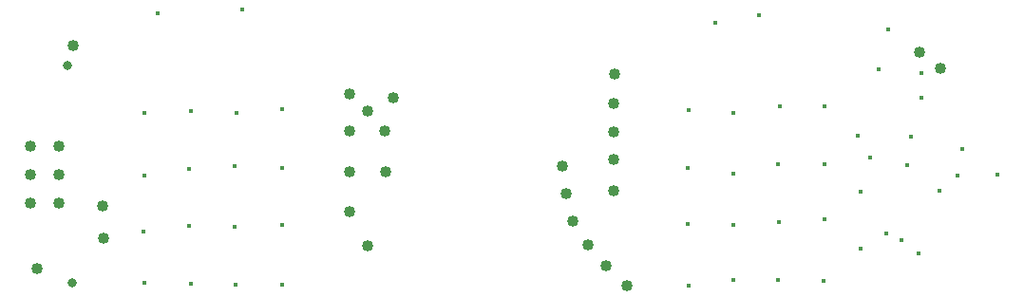
<source format=gbr>
G04 PROTEUS GERBER X2 FILE*
%TF.GenerationSoftware,Labcenter,Proteus,8.9-SP2-Build28501*%
%TF.CreationDate,2020-07-12T19:41:18+00:00*%
%TF.FileFunction,Plated,1,2,PTH*%
%TF.FilePolarity,Positive*%
%TF.Part,Single*%
%TF.SameCoordinates,{dc61f2e1-3fbc-4622-b235-fc52ee95e5fb}*%
%FSLAX45Y45*%
%MOMM*%
G01*
%TA.AperFunction,ViaDrill*%
%ADD43C,0.381000*%
%TA.AperFunction,ComponentDrill*%
%ADD44C,0.812800*%
%TA.AperFunction,ComponentDrill*%
%ADD45C,1.016000*%
%TA.AperFunction,OtherDrill,Unknown*%
%ADD46C,1.016000*%
%TD.AperFunction*%
D43*
X-5095000Y-6015000D03*
X-5095857Y-6511843D03*
X-5095000Y-6965000D03*
X-5090000Y-5455000D03*
X-4680444Y-6977785D03*
X-4693999Y-6460000D03*
X-4693999Y-5950000D03*
X-4679116Y-5440000D03*
X-4278124Y-6986325D03*
X-4282819Y-6465000D03*
X-4282819Y-5930000D03*
X-3864964Y-6981630D03*
X-3860000Y-6455000D03*
X-3860000Y-5945000D03*
X-3860000Y-5418193D03*
X-4269062Y-5450000D03*
X-4220000Y-4530000D03*
X-4968508Y-4566851D03*
X-242679Y-6996025D03*
X-250950Y-6441953D03*
X-250950Y-5942083D03*
X-240000Y-5426979D03*
X+156980Y-6943532D03*
X+156980Y-6450000D03*
X+156980Y-5995000D03*
X+160920Y-5450000D03*
X+560000Y-6940000D03*
X+563676Y-6425000D03*
X+555870Y-5910000D03*
X+570876Y-5395000D03*
X+959826Y-6948228D03*
X+970935Y-6405000D03*
X+970935Y-5911638D03*
X+970935Y-5393343D03*
X+1288892Y-6155000D03*
X+1375386Y-5852093D03*
X+529Y-4648710D03*
X+388866Y-4578840D03*
X+1537712Y-4711568D03*
X+1266313Y-5652210D03*
X+1742563Y-5660566D03*
X+1295000Y-6660000D03*
X+1705000Y-5915000D03*
X+2156148Y-6011486D03*
X+2197924Y-5777539D03*
X+1830293Y-5318000D03*
X+1995503Y-6149348D03*
X+1807005Y-6705785D03*
X+1655496Y-6589504D03*
X+1518785Y-6524556D03*
X+1452151Y-5061872D03*
X+2512922Y-6000722D03*
X+1835000Y-5100000D03*
D44*
X-5735000Y-6970000D03*
X-5779000Y-5033000D03*
D45*
X-6110000Y-6254000D03*
X-5856000Y-6254000D03*
X-6110000Y-6000000D03*
X-5856000Y-6000000D03*
X-6110000Y-5746000D03*
X-5856000Y-5746000D03*
D46*
X-3265000Y-5280000D03*
X-3265000Y-5615000D03*
X-3260000Y-5980000D03*
X-3265000Y-6335000D03*
X-5725000Y-4850000D03*
X-3105000Y-6640000D03*
X-2940000Y-5975000D03*
X-2945000Y-5610000D03*
X-6045000Y-6840000D03*
X+1815000Y-4910000D03*
X-910000Y-5365000D03*
X-910000Y-6150000D03*
X-1270000Y-6420000D03*
X-900000Y-5110000D03*
X-1365000Y-5930000D03*
X-1335000Y-6170000D03*
X-910000Y-5625000D03*
X-1140000Y-6630000D03*
X-2875000Y-5315000D03*
X-5462500Y-6282500D03*
X-3100000Y-5435000D03*
X-5455000Y-6570000D03*
X-790000Y-6990000D03*
X-910000Y-5870000D03*
X-980000Y-6820000D03*
X+2005000Y-5055000D03*
M02*

</source>
